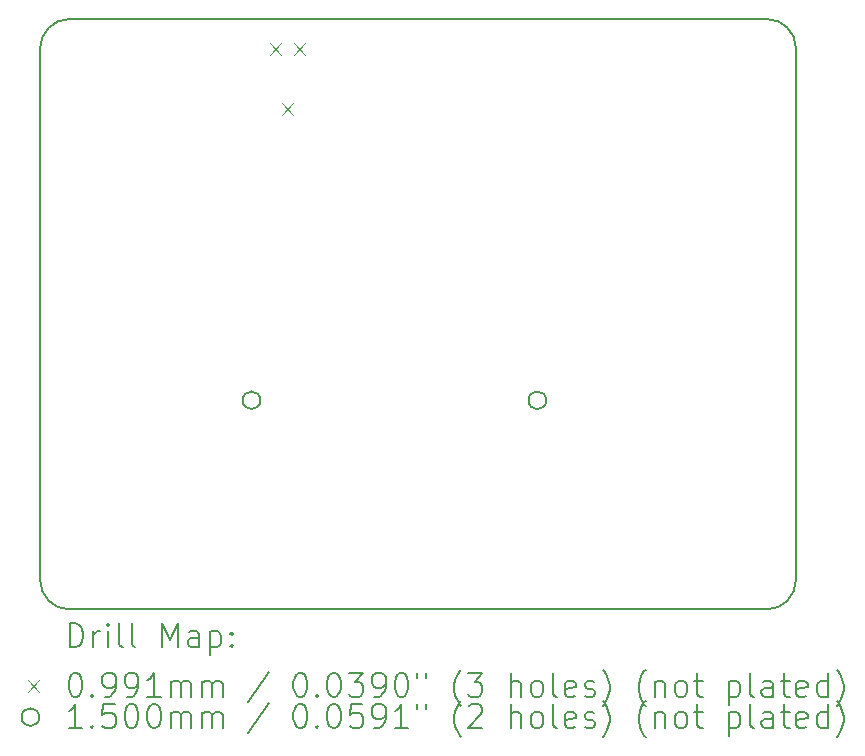
<source format=gbr>
%TF.GenerationSoftware,KiCad,Pcbnew,(6.0.7)*%
%TF.CreationDate,2022-09-18T21:03:04-04:00*%
%TF.ProjectId,SD2IEC,53443249-4543-42e6-9b69-6361645f7063,A*%
%TF.SameCoordinates,Original*%
%TF.FileFunction,Drillmap*%
%TF.FilePolarity,Positive*%
%FSLAX45Y45*%
G04 Gerber Fmt 4.5, Leading zero omitted, Abs format (unit mm)*
G04 Created by KiCad (PCBNEW (6.0.7)) date 2022-09-18 21:03:04*
%MOMM*%
%LPD*%
G01*
G04 APERTURE LIST*
%ADD10C,0.150000*%
%ADD11C,0.200000*%
%ADD12C,0.099060*%
G04 APERTURE END LIST*
D10*
X8382000Y-12616000D02*
G75*
G03*
X8632000Y-12866000I250000J0D01*
G01*
X8632000Y-7866000D02*
G75*
G03*
X8382000Y-8116000I0J-250000D01*
G01*
X14782000Y-8116000D02*
G75*
G03*
X14532000Y-7866000I-250000J0D01*
G01*
X14532000Y-12866000D02*
G75*
G03*
X14782000Y-12616000I0J250000D01*
G01*
X8382000Y-12616000D02*
X8382000Y-8116000D01*
X8632000Y-12866000D02*
X14532000Y-12866000D01*
X14782000Y-8116000D02*
X14782000Y-12616000D01*
X8632000Y-7866000D02*
X14532000Y-7866000D01*
D11*
D12*
X10326370Y-8070470D02*
X10425430Y-8169530D01*
X10425430Y-8070470D02*
X10326370Y-8169530D01*
X10427970Y-8578470D02*
X10527030Y-8677530D01*
X10527030Y-8578470D02*
X10427970Y-8677530D01*
X10529570Y-8070470D02*
X10628630Y-8169530D01*
X10628630Y-8070470D02*
X10529570Y-8169530D01*
D10*
X10247000Y-11095200D02*
G75*
G03*
X10247000Y-11095200I-75000J0D01*
G01*
X12667000Y-11095200D02*
G75*
G03*
X12667000Y-11095200I-75000J0D01*
G01*
D11*
X8632119Y-13183976D02*
X8632119Y-12983976D01*
X8679738Y-12983976D01*
X8708310Y-12993500D01*
X8727357Y-13012548D01*
X8736881Y-13031595D01*
X8746405Y-13069690D01*
X8746405Y-13098262D01*
X8736881Y-13136357D01*
X8727357Y-13155405D01*
X8708310Y-13174452D01*
X8679738Y-13183976D01*
X8632119Y-13183976D01*
X8832119Y-13183976D02*
X8832119Y-13050643D01*
X8832119Y-13088738D02*
X8841643Y-13069690D01*
X8851167Y-13060167D01*
X8870214Y-13050643D01*
X8889262Y-13050643D01*
X8955929Y-13183976D02*
X8955929Y-13050643D01*
X8955929Y-12983976D02*
X8946405Y-12993500D01*
X8955929Y-13003024D01*
X8965452Y-12993500D01*
X8955929Y-12983976D01*
X8955929Y-13003024D01*
X9079738Y-13183976D02*
X9060690Y-13174452D01*
X9051167Y-13155405D01*
X9051167Y-12983976D01*
X9184500Y-13183976D02*
X9165452Y-13174452D01*
X9155929Y-13155405D01*
X9155929Y-12983976D01*
X9413071Y-13183976D02*
X9413071Y-12983976D01*
X9479738Y-13126833D01*
X9546405Y-12983976D01*
X9546405Y-13183976D01*
X9727357Y-13183976D02*
X9727357Y-13079214D01*
X9717833Y-13060167D01*
X9698786Y-13050643D01*
X9660690Y-13050643D01*
X9641643Y-13060167D01*
X9727357Y-13174452D02*
X9708310Y-13183976D01*
X9660690Y-13183976D01*
X9641643Y-13174452D01*
X9632119Y-13155405D01*
X9632119Y-13136357D01*
X9641643Y-13117309D01*
X9660690Y-13107786D01*
X9708310Y-13107786D01*
X9727357Y-13098262D01*
X9822595Y-13050643D02*
X9822595Y-13250643D01*
X9822595Y-13060167D02*
X9841643Y-13050643D01*
X9879738Y-13050643D01*
X9898786Y-13060167D01*
X9908310Y-13069690D01*
X9917833Y-13088738D01*
X9917833Y-13145881D01*
X9908310Y-13164928D01*
X9898786Y-13174452D01*
X9879738Y-13183976D01*
X9841643Y-13183976D01*
X9822595Y-13174452D01*
X10003548Y-13164928D02*
X10013071Y-13174452D01*
X10003548Y-13183976D01*
X9994024Y-13174452D01*
X10003548Y-13164928D01*
X10003548Y-13183976D01*
X10003548Y-13060167D02*
X10013071Y-13069690D01*
X10003548Y-13079214D01*
X9994024Y-13069690D01*
X10003548Y-13060167D01*
X10003548Y-13079214D01*
D12*
X8275440Y-13463970D02*
X8374500Y-13563030D01*
X8374500Y-13463970D02*
X8275440Y-13563030D01*
D11*
X8670214Y-13403976D02*
X8689262Y-13403976D01*
X8708310Y-13413500D01*
X8717833Y-13423024D01*
X8727357Y-13442071D01*
X8736881Y-13480167D01*
X8736881Y-13527786D01*
X8727357Y-13565881D01*
X8717833Y-13584928D01*
X8708310Y-13594452D01*
X8689262Y-13603976D01*
X8670214Y-13603976D01*
X8651167Y-13594452D01*
X8641643Y-13584928D01*
X8632119Y-13565881D01*
X8622595Y-13527786D01*
X8622595Y-13480167D01*
X8632119Y-13442071D01*
X8641643Y-13423024D01*
X8651167Y-13413500D01*
X8670214Y-13403976D01*
X8822595Y-13584928D02*
X8832119Y-13594452D01*
X8822595Y-13603976D01*
X8813071Y-13594452D01*
X8822595Y-13584928D01*
X8822595Y-13603976D01*
X8927357Y-13603976D02*
X8965452Y-13603976D01*
X8984500Y-13594452D01*
X8994024Y-13584928D01*
X9013071Y-13556357D01*
X9022595Y-13518262D01*
X9022595Y-13442071D01*
X9013071Y-13423024D01*
X9003548Y-13413500D01*
X8984500Y-13403976D01*
X8946405Y-13403976D01*
X8927357Y-13413500D01*
X8917833Y-13423024D01*
X8908310Y-13442071D01*
X8908310Y-13489690D01*
X8917833Y-13508738D01*
X8927357Y-13518262D01*
X8946405Y-13527786D01*
X8984500Y-13527786D01*
X9003548Y-13518262D01*
X9013071Y-13508738D01*
X9022595Y-13489690D01*
X9117833Y-13603976D02*
X9155929Y-13603976D01*
X9174976Y-13594452D01*
X9184500Y-13584928D01*
X9203548Y-13556357D01*
X9213071Y-13518262D01*
X9213071Y-13442071D01*
X9203548Y-13423024D01*
X9194024Y-13413500D01*
X9174976Y-13403976D01*
X9136881Y-13403976D01*
X9117833Y-13413500D01*
X9108310Y-13423024D01*
X9098786Y-13442071D01*
X9098786Y-13489690D01*
X9108310Y-13508738D01*
X9117833Y-13518262D01*
X9136881Y-13527786D01*
X9174976Y-13527786D01*
X9194024Y-13518262D01*
X9203548Y-13508738D01*
X9213071Y-13489690D01*
X9403548Y-13603976D02*
X9289262Y-13603976D01*
X9346405Y-13603976D02*
X9346405Y-13403976D01*
X9327357Y-13432548D01*
X9308310Y-13451595D01*
X9289262Y-13461119D01*
X9489262Y-13603976D02*
X9489262Y-13470643D01*
X9489262Y-13489690D02*
X9498786Y-13480167D01*
X9517833Y-13470643D01*
X9546405Y-13470643D01*
X9565452Y-13480167D01*
X9574976Y-13499214D01*
X9574976Y-13603976D01*
X9574976Y-13499214D02*
X9584500Y-13480167D01*
X9603548Y-13470643D01*
X9632119Y-13470643D01*
X9651167Y-13480167D01*
X9660690Y-13499214D01*
X9660690Y-13603976D01*
X9755929Y-13603976D02*
X9755929Y-13470643D01*
X9755929Y-13489690D02*
X9765452Y-13480167D01*
X9784500Y-13470643D01*
X9813071Y-13470643D01*
X9832119Y-13480167D01*
X9841643Y-13499214D01*
X9841643Y-13603976D01*
X9841643Y-13499214D02*
X9851167Y-13480167D01*
X9870214Y-13470643D01*
X9898786Y-13470643D01*
X9917833Y-13480167D01*
X9927357Y-13499214D01*
X9927357Y-13603976D01*
X10317833Y-13394452D02*
X10146405Y-13651595D01*
X10574976Y-13403976D02*
X10594024Y-13403976D01*
X10613071Y-13413500D01*
X10622595Y-13423024D01*
X10632119Y-13442071D01*
X10641643Y-13480167D01*
X10641643Y-13527786D01*
X10632119Y-13565881D01*
X10622595Y-13584928D01*
X10613071Y-13594452D01*
X10594024Y-13603976D01*
X10574976Y-13603976D01*
X10555929Y-13594452D01*
X10546405Y-13584928D01*
X10536881Y-13565881D01*
X10527357Y-13527786D01*
X10527357Y-13480167D01*
X10536881Y-13442071D01*
X10546405Y-13423024D01*
X10555929Y-13413500D01*
X10574976Y-13403976D01*
X10727357Y-13584928D02*
X10736881Y-13594452D01*
X10727357Y-13603976D01*
X10717833Y-13594452D01*
X10727357Y-13584928D01*
X10727357Y-13603976D01*
X10860690Y-13403976D02*
X10879738Y-13403976D01*
X10898786Y-13413500D01*
X10908310Y-13423024D01*
X10917833Y-13442071D01*
X10927357Y-13480167D01*
X10927357Y-13527786D01*
X10917833Y-13565881D01*
X10908310Y-13584928D01*
X10898786Y-13594452D01*
X10879738Y-13603976D01*
X10860690Y-13603976D01*
X10841643Y-13594452D01*
X10832119Y-13584928D01*
X10822595Y-13565881D01*
X10813071Y-13527786D01*
X10813071Y-13480167D01*
X10822595Y-13442071D01*
X10832119Y-13423024D01*
X10841643Y-13413500D01*
X10860690Y-13403976D01*
X10994024Y-13403976D02*
X11117833Y-13403976D01*
X11051167Y-13480167D01*
X11079738Y-13480167D01*
X11098786Y-13489690D01*
X11108310Y-13499214D01*
X11117833Y-13518262D01*
X11117833Y-13565881D01*
X11108310Y-13584928D01*
X11098786Y-13594452D01*
X11079738Y-13603976D01*
X11022595Y-13603976D01*
X11003548Y-13594452D01*
X10994024Y-13584928D01*
X11213071Y-13603976D02*
X11251167Y-13603976D01*
X11270214Y-13594452D01*
X11279738Y-13584928D01*
X11298786Y-13556357D01*
X11308309Y-13518262D01*
X11308309Y-13442071D01*
X11298786Y-13423024D01*
X11289262Y-13413500D01*
X11270214Y-13403976D01*
X11232119Y-13403976D01*
X11213071Y-13413500D01*
X11203548Y-13423024D01*
X11194024Y-13442071D01*
X11194024Y-13489690D01*
X11203548Y-13508738D01*
X11213071Y-13518262D01*
X11232119Y-13527786D01*
X11270214Y-13527786D01*
X11289262Y-13518262D01*
X11298786Y-13508738D01*
X11308309Y-13489690D01*
X11432119Y-13403976D02*
X11451167Y-13403976D01*
X11470214Y-13413500D01*
X11479738Y-13423024D01*
X11489262Y-13442071D01*
X11498786Y-13480167D01*
X11498786Y-13527786D01*
X11489262Y-13565881D01*
X11479738Y-13584928D01*
X11470214Y-13594452D01*
X11451167Y-13603976D01*
X11432119Y-13603976D01*
X11413071Y-13594452D01*
X11403548Y-13584928D01*
X11394024Y-13565881D01*
X11384500Y-13527786D01*
X11384500Y-13480167D01*
X11394024Y-13442071D01*
X11403548Y-13423024D01*
X11413071Y-13413500D01*
X11432119Y-13403976D01*
X11574976Y-13403976D02*
X11574976Y-13442071D01*
X11651167Y-13403976D02*
X11651167Y-13442071D01*
X11946405Y-13680167D02*
X11936881Y-13670643D01*
X11917833Y-13642071D01*
X11908309Y-13623024D01*
X11898786Y-13594452D01*
X11889262Y-13546833D01*
X11889262Y-13508738D01*
X11898786Y-13461119D01*
X11908309Y-13432548D01*
X11917833Y-13413500D01*
X11936881Y-13384928D01*
X11946405Y-13375405D01*
X12003548Y-13403976D02*
X12127357Y-13403976D01*
X12060690Y-13480167D01*
X12089262Y-13480167D01*
X12108309Y-13489690D01*
X12117833Y-13499214D01*
X12127357Y-13518262D01*
X12127357Y-13565881D01*
X12117833Y-13584928D01*
X12108309Y-13594452D01*
X12089262Y-13603976D01*
X12032119Y-13603976D01*
X12013071Y-13594452D01*
X12003548Y-13584928D01*
X12365452Y-13603976D02*
X12365452Y-13403976D01*
X12451167Y-13603976D02*
X12451167Y-13499214D01*
X12441643Y-13480167D01*
X12422595Y-13470643D01*
X12394024Y-13470643D01*
X12374976Y-13480167D01*
X12365452Y-13489690D01*
X12574976Y-13603976D02*
X12555928Y-13594452D01*
X12546405Y-13584928D01*
X12536881Y-13565881D01*
X12536881Y-13508738D01*
X12546405Y-13489690D01*
X12555928Y-13480167D01*
X12574976Y-13470643D01*
X12603548Y-13470643D01*
X12622595Y-13480167D01*
X12632119Y-13489690D01*
X12641643Y-13508738D01*
X12641643Y-13565881D01*
X12632119Y-13584928D01*
X12622595Y-13594452D01*
X12603548Y-13603976D01*
X12574976Y-13603976D01*
X12755928Y-13603976D02*
X12736881Y-13594452D01*
X12727357Y-13575405D01*
X12727357Y-13403976D01*
X12908309Y-13594452D02*
X12889262Y-13603976D01*
X12851167Y-13603976D01*
X12832119Y-13594452D01*
X12822595Y-13575405D01*
X12822595Y-13499214D01*
X12832119Y-13480167D01*
X12851167Y-13470643D01*
X12889262Y-13470643D01*
X12908309Y-13480167D01*
X12917833Y-13499214D01*
X12917833Y-13518262D01*
X12822595Y-13537309D01*
X12994024Y-13594452D02*
X13013071Y-13603976D01*
X13051167Y-13603976D01*
X13070214Y-13594452D01*
X13079738Y-13575405D01*
X13079738Y-13565881D01*
X13070214Y-13546833D01*
X13051167Y-13537309D01*
X13022595Y-13537309D01*
X13003548Y-13527786D01*
X12994024Y-13508738D01*
X12994024Y-13499214D01*
X13003548Y-13480167D01*
X13022595Y-13470643D01*
X13051167Y-13470643D01*
X13070214Y-13480167D01*
X13146405Y-13680167D02*
X13155928Y-13670643D01*
X13174976Y-13642071D01*
X13184500Y-13623024D01*
X13194024Y-13594452D01*
X13203548Y-13546833D01*
X13203548Y-13508738D01*
X13194024Y-13461119D01*
X13184500Y-13432548D01*
X13174976Y-13413500D01*
X13155928Y-13384928D01*
X13146405Y-13375405D01*
X13508309Y-13680167D02*
X13498786Y-13670643D01*
X13479738Y-13642071D01*
X13470214Y-13623024D01*
X13460690Y-13594452D01*
X13451167Y-13546833D01*
X13451167Y-13508738D01*
X13460690Y-13461119D01*
X13470214Y-13432548D01*
X13479738Y-13413500D01*
X13498786Y-13384928D01*
X13508309Y-13375405D01*
X13584500Y-13470643D02*
X13584500Y-13603976D01*
X13584500Y-13489690D02*
X13594024Y-13480167D01*
X13613071Y-13470643D01*
X13641643Y-13470643D01*
X13660690Y-13480167D01*
X13670214Y-13499214D01*
X13670214Y-13603976D01*
X13794024Y-13603976D02*
X13774976Y-13594452D01*
X13765452Y-13584928D01*
X13755928Y-13565881D01*
X13755928Y-13508738D01*
X13765452Y-13489690D01*
X13774976Y-13480167D01*
X13794024Y-13470643D01*
X13822595Y-13470643D01*
X13841643Y-13480167D01*
X13851167Y-13489690D01*
X13860690Y-13508738D01*
X13860690Y-13565881D01*
X13851167Y-13584928D01*
X13841643Y-13594452D01*
X13822595Y-13603976D01*
X13794024Y-13603976D01*
X13917833Y-13470643D02*
X13994024Y-13470643D01*
X13946405Y-13403976D02*
X13946405Y-13575405D01*
X13955928Y-13594452D01*
X13974976Y-13603976D01*
X13994024Y-13603976D01*
X14213071Y-13470643D02*
X14213071Y-13670643D01*
X14213071Y-13480167D02*
X14232119Y-13470643D01*
X14270214Y-13470643D01*
X14289262Y-13480167D01*
X14298786Y-13489690D01*
X14308309Y-13508738D01*
X14308309Y-13565881D01*
X14298786Y-13584928D01*
X14289262Y-13594452D01*
X14270214Y-13603976D01*
X14232119Y-13603976D01*
X14213071Y-13594452D01*
X14422595Y-13603976D02*
X14403548Y-13594452D01*
X14394024Y-13575405D01*
X14394024Y-13403976D01*
X14584500Y-13603976D02*
X14584500Y-13499214D01*
X14574976Y-13480167D01*
X14555928Y-13470643D01*
X14517833Y-13470643D01*
X14498786Y-13480167D01*
X14584500Y-13594452D02*
X14565452Y-13603976D01*
X14517833Y-13603976D01*
X14498786Y-13594452D01*
X14489262Y-13575405D01*
X14489262Y-13556357D01*
X14498786Y-13537309D01*
X14517833Y-13527786D01*
X14565452Y-13527786D01*
X14584500Y-13518262D01*
X14651167Y-13470643D02*
X14727357Y-13470643D01*
X14679738Y-13403976D02*
X14679738Y-13575405D01*
X14689262Y-13594452D01*
X14708309Y-13603976D01*
X14727357Y-13603976D01*
X14870214Y-13594452D02*
X14851167Y-13603976D01*
X14813071Y-13603976D01*
X14794024Y-13594452D01*
X14784500Y-13575405D01*
X14784500Y-13499214D01*
X14794024Y-13480167D01*
X14813071Y-13470643D01*
X14851167Y-13470643D01*
X14870214Y-13480167D01*
X14879738Y-13499214D01*
X14879738Y-13518262D01*
X14784500Y-13537309D01*
X15051167Y-13603976D02*
X15051167Y-13403976D01*
X15051167Y-13594452D02*
X15032119Y-13603976D01*
X14994024Y-13603976D01*
X14974976Y-13594452D01*
X14965452Y-13584928D01*
X14955928Y-13565881D01*
X14955928Y-13508738D01*
X14965452Y-13489690D01*
X14974976Y-13480167D01*
X14994024Y-13470643D01*
X15032119Y-13470643D01*
X15051167Y-13480167D01*
X15127357Y-13680167D02*
X15136881Y-13670643D01*
X15155928Y-13642071D01*
X15165452Y-13623024D01*
X15174976Y-13594452D01*
X15184500Y-13546833D01*
X15184500Y-13508738D01*
X15174976Y-13461119D01*
X15165452Y-13432548D01*
X15155928Y-13413500D01*
X15136881Y-13384928D01*
X15127357Y-13375405D01*
D10*
X8374500Y-13777500D02*
G75*
G03*
X8374500Y-13777500I-75000J0D01*
G01*
D11*
X8736881Y-13867976D02*
X8622595Y-13867976D01*
X8679738Y-13867976D02*
X8679738Y-13667976D01*
X8660690Y-13696548D01*
X8641643Y-13715595D01*
X8622595Y-13725119D01*
X8822595Y-13848928D02*
X8832119Y-13858452D01*
X8822595Y-13867976D01*
X8813071Y-13858452D01*
X8822595Y-13848928D01*
X8822595Y-13867976D01*
X9013071Y-13667976D02*
X8917833Y-13667976D01*
X8908310Y-13763214D01*
X8917833Y-13753690D01*
X8936881Y-13744167D01*
X8984500Y-13744167D01*
X9003548Y-13753690D01*
X9013071Y-13763214D01*
X9022595Y-13782262D01*
X9022595Y-13829881D01*
X9013071Y-13848928D01*
X9003548Y-13858452D01*
X8984500Y-13867976D01*
X8936881Y-13867976D01*
X8917833Y-13858452D01*
X8908310Y-13848928D01*
X9146405Y-13667976D02*
X9165452Y-13667976D01*
X9184500Y-13677500D01*
X9194024Y-13687024D01*
X9203548Y-13706071D01*
X9213071Y-13744167D01*
X9213071Y-13791786D01*
X9203548Y-13829881D01*
X9194024Y-13848928D01*
X9184500Y-13858452D01*
X9165452Y-13867976D01*
X9146405Y-13867976D01*
X9127357Y-13858452D01*
X9117833Y-13848928D01*
X9108310Y-13829881D01*
X9098786Y-13791786D01*
X9098786Y-13744167D01*
X9108310Y-13706071D01*
X9117833Y-13687024D01*
X9127357Y-13677500D01*
X9146405Y-13667976D01*
X9336881Y-13667976D02*
X9355929Y-13667976D01*
X9374976Y-13677500D01*
X9384500Y-13687024D01*
X9394024Y-13706071D01*
X9403548Y-13744167D01*
X9403548Y-13791786D01*
X9394024Y-13829881D01*
X9384500Y-13848928D01*
X9374976Y-13858452D01*
X9355929Y-13867976D01*
X9336881Y-13867976D01*
X9317833Y-13858452D01*
X9308310Y-13848928D01*
X9298786Y-13829881D01*
X9289262Y-13791786D01*
X9289262Y-13744167D01*
X9298786Y-13706071D01*
X9308310Y-13687024D01*
X9317833Y-13677500D01*
X9336881Y-13667976D01*
X9489262Y-13867976D02*
X9489262Y-13734643D01*
X9489262Y-13753690D02*
X9498786Y-13744167D01*
X9517833Y-13734643D01*
X9546405Y-13734643D01*
X9565452Y-13744167D01*
X9574976Y-13763214D01*
X9574976Y-13867976D01*
X9574976Y-13763214D02*
X9584500Y-13744167D01*
X9603548Y-13734643D01*
X9632119Y-13734643D01*
X9651167Y-13744167D01*
X9660690Y-13763214D01*
X9660690Y-13867976D01*
X9755929Y-13867976D02*
X9755929Y-13734643D01*
X9755929Y-13753690D02*
X9765452Y-13744167D01*
X9784500Y-13734643D01*
X9813071Y-13734643D01*
X9832119Y-13744167D01*
X9841643Y-13763214D01*
X9841643Y-13867976D01*
X9841643Y-13763214D02*
X9851167Y-13744167D01*
X9870214Y-13734643D01*
X9898786Y-13734643D01*
X9917833Y-13744167D01*
X9927357Y-13763214D01*
X9927357Y-13867976D01*
X10317833Y-13658452D02*
X10146405Y-13915595D01*
X10574976Y-13667976D02*
X10594024Y-13667976D01*
X10613071Y-13677500D01*
X10622595Y-13687024D01*
X10632119Y-13706071D01*
X10641643Y-13744167D01*
X10641643Y-13791786D01*
X10632119Y-13829881D01*
X10622595Y-13848928D01*
X10613071Y-13858452D01*
X10594024Y-13867976D01*
X10574976Y-13867976D01*
X10555929Y-13858452D01*
X10546405Y-13848928D01*
X10536881Y-13829881D01*
X10527357Y-13791786D01*
X10527357Y-13744167D01*
X10536881Y-13706071D01*
X10546405Y-13687024D01*
X10555929Y-13677500D01*
X10574976Y-13667976D01*
X10727357Y-13848928D02*
X10736881Y-13858452D01*
X10727357Y-13867976D01*
X10717833Y-13858452D01*
X10727357Y-13848928D01*
X10727357Y-13867976D01*
X10860690Y-13667976D02*
X10879738Y-13667976D01*
X10898786Y-13677500D01*
X10908310Y-13687024D01*
X10917833Y-13706071D01*
X10927357Y-13744167D01*
X10927357Y-13791786D01*
X10917833Y-13829881D01*
X10908310Y-13848928D01*
X10898786Y-13858452D01*
X10879738Y-13867976D01*
X10860690Y-13867976D01*
X10841643Y-13858452D01*
X10832119Y-13848928D01*
X10822595Y-13829881D01*
X10813071Y-13791786D01*
X10813071Y-13744167D01*
X10822595Y-13706071D01*
X10832119Y-13687024D01*
X10841643Y-13677500D01*
X10860690Y-13667976D01*
X11108310Y-13667976D02*
X11013071Y-13667976D01*
X11003548Y-13763214D01*
X11013071Y-13753690D01*
X11032119Y-13744167D01*
X11079738Y-13744167D01*
X11098786Y-13753690D01*
X11108310Y-13763214D01*
X11117833Y-13782262D01*
X11117833Y-13829881D01*
X11108310Y-13848928D01*
X11098786Y-13858452D01*
X11079738Y-13867976D01*
X11032119Y-13867976D01*
X11013071Y-13858452D01*
X11003548Y-13848928D01*
X11213071Y-13867976D02*
X11251167Y-13867976D01*
X11270214Y-13858452D01*
X11279738Y-13848928D01*
X11298786Y-13820357D01*
X11308309Y-13782262D01*
X11308309Y-13706071D01*
X11298786Y-13687024D01*
X11289262Y-13677500D01*
X11270214Y-13667976D01*
X11232119Y-13667976D01*
X11213071Y-13677500D01*
X11203548Y-13687024D01*
X11194024Y-13706071D01*
X11194024Y-13753690D01*
X11203548Y-13772738D01*
X11213071Y-13782262D01*
X11232119Y-13791786D01*
X11270214Y-13791786D01*
X11289262Y-13782262D01*
X11298786Y-13772738D01*
X11308309Y-13753690D01*
X11498786Y-13867976D02*
X11384500Y-13867976D01*
X11441643Y-13867976D02*
X11441643Y-13667976D01*
X11422595Y-13696548D01*
X11403548Y-13715595D01*
X11384500Y-13725119D01*
X11574976Y-13667976D02*
X11574976Y-13706071D01*
X11651167Y-13667976D02*
X11651167Y-13706071D01*
X11946405Y-13944167D02*
X11936881Y-13934643D01*
X11917833Y-13906071D01*
X11908309Y-13887024D01*
X11898786Y-13858452D01*
X11889262Y-13810833D01*
X11889262Y-13772738D01*
X11898786Y-13725119D01*
X11908309Y-13696548D01*
X11917833Y-13677500D01*
X11936881Y-13648928D01*
X11946405Y-13639405D01*
X12013071Y-13687024D02*
X12022595Y-13677500D01*
X12041643Y-13667976D01*
X12089262Y-13667976D01*
X12108309Y-13677500D01*
X12117833Y-13687024D01*
X12127357Y-13706071D01*
X12127357Y-13725119D01*
X12117833Y-13753690D01*
X12003548Y-13867976D01*
X12127357Y-13867976D01*
X12365452Y-13867976D02*
X12365452Y-13667976D01*
X12451167Y-13867976D02*
X12451167Y-13763214D01*
X12441643Y-13744167D01*
X12422595Y-13734643D01*
X12394024Y-13734643D01*
X12374976Y-13744167D01*
X12365452Y-13753690D01*
X12574976Y-13867976D02*
X12555928Y-13858452D01*
X12546405Y-13848928D01*
X12536881Y-13829881D01*
X12536881Y-13772738D01*
X12546405Y-13753690D01*
X12555928Y-13744167D01*
X12574976Y-13734643D01*
X12603548Y-13734643D01*
X12622595Y-13744167D01*
X12632119Y-13753690D01*
X12641643Y-13772738D01*
X12641643Y-13829881D01*
X12632119Y-13848928D01*
X12622595Y-13858452D01*
X12603548Y-13867976D01*
X12574976Y-13867976D01*
X12755928Y-13867976D02*
X12736881Y-13858452D01*
X12727357Y-13839405D01*
X12727357Y-13667976D01*
X12908309Y-13858452D02*
X12889262Y-13867976D01*
X12851167Y-13867976D01*
X12832119Y-13858452D01*
X12822595Y-13839405D01*
X12822595Y-13763214D01*
X12832119Y-13744167D01*
X12851167Y-13734643D01*
X12889262Y-13734643D01*
X12908309Y-13744167D01*
X12917833Y-13763214D01*
X12917833Y-13782262D01*
X12822595Y-13801309D01*
X12994024Y-13858452D02*
X13013071Y-13867976D01*
X13051167Y-13867976D01*
X13070214Y-13858452D01*
X13079738Y-13839405D01*
X13079738Y-13829881D01*
X13070214Y-13810833D01*
X13051167Y-13801309D01*
X13022595Y-13801309D01*
X13003548Y-13791786D01*
X12994024Y-13772738D01*
X12994024Y-13763214D01*
X13003548Y-13744167D01*
X13022595Y-13734643D01*
X13051167Y-13734643D01*
X13070214Y-13744167D01*
X13146405Y-13944167D02*
X13155928Y-13934643D01*
X13174976Y-13906071D01*
X13184500Y-13887024D01*
X13194024Y-13858452D01*
X13203548Y-13810833D01*
X13203548Y-13772738D01*
X13194024Y-13725119D01*
X13184500Y-13696548D01*
X13174976Y-13677500D01*
X13155928Y-13648928D01*
X13146405Y-13639405D01*
X13508309Y-13944167D02*
X13498786Y-13934643D01*
X13479738Y-13906071D01*
X13470214Y-13887024D01*
X13460690Y-13858452D01*
X13451167Y-13810833D01*
X13451167Y-13772738D01*
X13460690Y-13725119D01*
X13470214Y-13696548D01*
X13479738Y-13677500D01*
X13498786Y-13648928D01*
X13508309Y-13639405D01*
X13584500Y-13734643D02*
X13584500Y-13867976D01*
X13584500Y-13753690D02*
X13594024Y-13744167D01*
X13613071Y-13734643D01*
X13641643Y-13734643D01*
X13660690Y-13744167D01*
X13670214Y-13763214D01*
X13670214Y-13867976D01*
X13794024Y-13867976D02*
X13774976Y-13858452D01*
X13765452Y-13848928D01*
X13755928Y-13829881D01*
X13755928Y-13772738D01*
X13765452Y-13753690D01*
X13774976Y-13744167D01*
X13794024Y-13734643D01*
X13822595Y-13734643D01*
X13841643Y-13744167D01*
X13851167Y-13753690D01*
X13860690Y-13772738D01*
X13860690Y-13829881D01*
X13851167Y-13848928D01*
X13841643Y-13858452D01*
X13822595Y-13867976D01*
X13794024Y-13867976D01*
X13917833Y-13734643D02*
X13994024Y-13734643D01*
X13946405Y-13667976D02*
X13946405Y-13839405D01*
X13955928Y-13858452D01*
X13974976Y-13867976D01*
X13994024Y-13867976D01*
X14213071Y-13734643D02*
X14213071Y-13934643D01*
X14213071Y-13744167D02*
X14232119Y-13734643D01*
X14270214Y-13734643D01*
X14289262Y-13744167D01*
X14298786Y-13753690D01*
X14308309Y-13772738D01*
X14308309Y-13829881D01*
X14298786Y-13848928D01*
X14289262Y-13858452D01*
X14270214Y-13867976D01*
X14232119Y-13867976D01*
X14213071Y-13858452D01*
X14422595Y-13867976D02*
X14403548Y-13858452D01*
X14394024Y-13839405D01*
X14394024Y-13667976D01*
X14584500Y-13867976D02*
X14584500Y-13763214D01*
X14574976Y-13744167D01*
X14555928Y-13734643D01*
X14517833Y-13734643D01*
X14498786Y-13744167D01*
X14584500Y-13858452D02*
X14565452Y-13867976D01*
X14517833Y-13867976D01*
X14498786Y-13858452D01*
X14489262Y-13839405D01*
X14489262Y-13820357D01*
X14498786Y-13801309D01*
X14517833Y-13791786D01*
X14565452Y-13791786D01*
X14584500Y-13782262D01*
X14651167Y-13734643D02*
X14727357Y-13734643D01*
X14679738Y-13667976D02*
X14679738Y-13839405D01*
X14689262Y-13858452D01*
X14708309Y-13867976D01*
X14727357Y-13867976D01*
X14870214Y-13858452D02*
X14851167Y-13867976D01*
X14813071Y-13867976D01*
X14794024Y-13858452D01*
X14784500Y-13839405D01*
X14784500Y-13763214D01*
X14794024Y-13744167D01*
X14813071Y-13734643D01*
X14851167Y-13734643D01*
X14870214Y-13744167D01*
X14879738Y-13763214D01*
X14879738Y-13782262D01*
X14784500Y-13801309D01*
X15051167Y-13867976D02*
X15051167Y-13667976D01*
X15051167Y-13858452D02*
X15032119Y-13867976D01*
X14994024Y-13867976D01*
X14974976Y-13858452D01*
X14965452Y-13848928D01*
X14955928Y-13829881D01*
X14955928Y-13772738D01*
X14965452Y-13753690D01*
X14974976Y-13744167D01*
X14994024Y-13734643D01*
X15032119Y-13734643D01*
X15051167Y-13744167D01*
X15127357Y-13944167D02*
X15136881Y-13934643D01*
X15155928Y-13906071D01*
X15165452Y-13887024D01*
X15174976Y-13858452D01*
X15184500Y-13810833D01*
X15184500Y-13772738D01*
X15174976Y-13725119D01*
X15165452Y-13696548D01*
X15155928Y-13677500D01*
X15136881Y-13648928D01*
X15127357Y-13639405D01*
M02*

</source>
